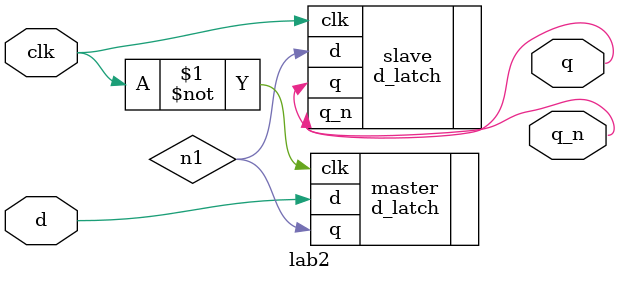
<source format=v>
module lab2
(
	input	clk,
	input	d,
	output q,
	output q_n
);
	wire n1;
	d_latch master (
		.clk ( ~clk ),
		.d   ( d    ),
		.q   ( n1   )
	);
	
	d_latch slave (
		.clk ( clk ),
		.d   ( n1  ),
		.q   ( q   ),
		.q_n ( q_n )
	);
endmodule


</source>
